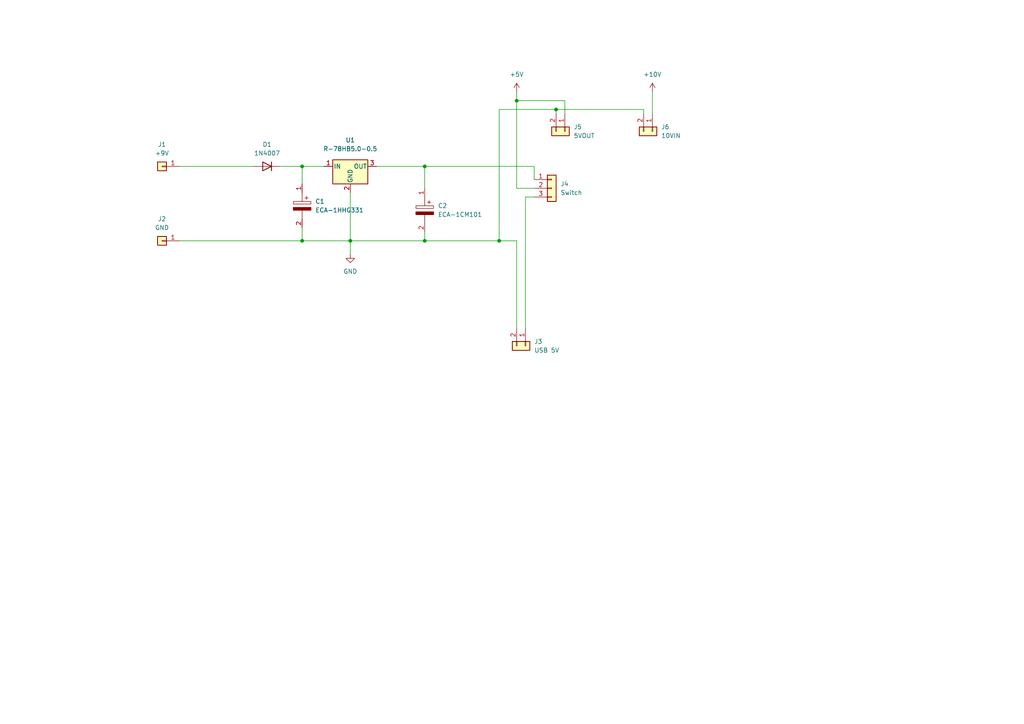
<source format=kicad_sch>
(kicad_sch (version 20211123) (generator eeschema)
  (paper "A4")
  (lib_symbols
    (symbol "Connector_Generic:Conn_01x01" (pin_names (offset 1.016) hide)
      (property "Reference" "J" (at 0 2.54 0))
      (property "Value" "Conn_01x01" (at 0 -2.54 0))
      (symbol "Conn_01x01_1_1"
        (rectangle (start -1.27 0.127) (end 0 -0.127) (stroke (width 0.1524)))
        (rectangle (start -1.27 1.27) (end 1.27 -1.27) (stroke (width 0.254)) (fill (type background)))
        (pin passive line (at -5.08 0 0) (length 3.81) (name "Pin_1") (number "1"))
      )
    )
    (symbol "Connector_Generic:Conn_01x02" (pin_names (offset 1.016) hide)
      (property "Reference" "J" (at 0 2.54 0))
      (property "Value" "Conn_01x02" (at 0 -5.08 0))
      (symbol "Conn_01x02_1_1"
        (rectangle (start -1.27 -2.413) (end 0 -2.667) (stroke (width 0.1524)))
        (rectangle (start -1.27 0.127) (end 0 -0.127) (stroke (width 0.1524)))
        (rectangle (start -1.27 1.27) (end 1.27 -3.81) (stroke (width 0.254)) (fill (type background)))
        (pin passive line (at -5.08 0 0) (length 3.81) (name "Pin_1") (number "1"))
        (pin passive line (at -5.08 -2.54 0) (length 3.81) (name "Pin_2") (number "2"))
      )
    )
    (symbol "Connector_Generic:Conn_01x03" (pin_names (offset 1.016) hide)
      (property "Reference" "J" (at 0 5.08 0))
      (property "Value" "Conn_01x03" (at 0 -5.08 0))
      (symbol "Conn_01x03_1_1"
        (rectangle (start -1.27 -2.413) (end 0 -2.667) (stroke (width 0.1524)))
        (rectangle (start -1.27 0.127) (end 0 -0.127) (stroke (width 0.1524)))
        (rectangle (start -1.27 2.667) (end 0 2.413) (stroke (width 0.1524)))
        (rectangle (start -1.27 3.81) (end 1.27 -3.81) (stroke (width 0.254)) (fill (type background)))
        (pin passive line (at -5.08 2.54 0) (length 3.81) (name "Pin_1") (number "1"))
        (pin passive line (at -5.08 0 0) (length 3.81) (name "Pin_2") (number "2"))
        (pin passive line (at -5.08 -2.54 0) (length 3.81) (name "Pin_3") (number "3"))
      )
    )
    (symbol "Diode:1N4007" (pin_numbers hide) (pin_names (offset 1.016) hide)
      (property "Reference" "D" (at 0 2.54 0))
      (property "Value" "1N4007" (at 0 -2.54 0))
      (symbol "1N4007_0_1"
        (polyline (pts (xy -1.27 1.27) (xy -1.27 -1.27)) (stroke (width 0.254)))
        (polyline (pts (xy 1.27 0) (xy -1.27 0)))
        (polyline (pts (xy 1.27 1.27) (xy 1.27 -1.27) (xy -1.27 0) (xy 1.27 1.27)) (stroke (width 0.254)))
      )
      (symbol "1N4007_1_1"
        (pin passive line (at -3.81 0 0) (length 2.54) (name "K") (number "1"))
        (pin passive line (at 3.81 0 180) (length 2.54) (name "A") (number "2"))
      )
    )
    (symbol "Regulator_Switching:R-78HB5.0-0.5" (pin_names (offset 0.254))
      (property "Reference" "U" (at -3.81 3.175 0))
      (property "Value" "R-78HB5.0-0.5" (at 0 3.175 0))
      (symbol "R-78HB5.0-0.5_0_1"
        (rectangle (start -5.08 1.905) (end 5.08 -5.08) (stroke (width 0.254)) (fill (type background)))
      )
      (symbol "R-78HB5.0-0.5_1_1"
        (pin power_in line (at -7.62 0 0) (length 2.54) (name "IN") (number "1"))
        (pin power_in line (at 0 -7.62 90) (length 2.54) (name "GND") (number "2"))
        (pin power_out line (at 7.62 0 180) (length 2.54) (name "OUT") (number "3"))
      )
    )
    (symbol "SamacSys_Parts:ECA-1CM101" (pin_names (offset 0.762))
      (property "Reference" "C" (at 8.89 6.35 0))
      (property "Value" "ECA-1CM101" (at 8.89 3.81 0))
      (symbol "ECA-1CM101_0_0"
        (pin passive line (at 0 0 0) (length 2.54) (name "~") (number "1"))
        (pin passive line (at 12.7 0 180) (length 2.54) (name "~") (number "2"))
      )
      (symbol "ECA-1CM101_0_1"
        (polyline (pts (xy 2.54 0) (xy 5.08 0)) (stroke (width 0.1524)))
        (polyline (pts (xy 4.064 1.778) (xy 4.064 0.762)) (stroke (width 0.1524)))
        (polyline (pts (xy 4.572 1.27) (xy 3.556 1.27)) (stroke (width 0.1524)))
        (polyline (pts (xy 7.62 0) (xy 10.16 0)) (stroke (width 0.1524)))
        (polyline (pts (xy 5.08 2.54) (xy 5.08 -2.54) (xy 5.842 -2.54) (xy 5.842 2.54) (xy 5.08 2.54)) (stroke (width 0.1524)))
        (polyline (pts (xy 7.62 2.54) (xy 7.62 -2.54) (xy 6.858 -2.54) (xy 6.858 2.54) (xy 7.62 2.54)) (stroke (width 0.254)) (fill (type outline)))
      )
    )
    (symbol "SamacSys_Parts:ECA-1HHG331" (pin_names (offset 0.762))
      (property "Reference" "C" (at 8.89 6.35 0))
      (property "Value" "ECA-1HHG331" (at 8.89 3.81 0))
      (symbol "ECA-1HHG331_0_0"
        (pin passive line (at 0 0 0) (length 2.54) (name "~") (number "1"))
        (pin passive line (at 12.7 0 180) (length 2.54) (name "~") (number "2"))
      )
      (symbol "ECA-1HHG331_0_1"
        (polyline (pts (xy 2.54 0) (xy 5.08 0)) (stroke (width 0.1524)))
        (polyline (pts (xy 4.064 1.778) (xy 4.064 0.762)) (stroke (width 0.1524)))
        (polyline (pts (xy 4.572 1.27) (xy 3.556 1.27)) (stroke (width 0.1524)))
        (polyline (pts (xy 7.62 0) (xy 10.16 0)) (stroke (width 0.1524)))
        (polyline (pts (xy 5.08 2.54) (xy 5.08 -2.54) (xy 5.842 -2.54) (xy 5.842 2.54) (xy 5.08 2.54)) (stroke (width 0.1524)))
        (polyline (pts (xy 7.62 2.54) (xy 7.62 -2.54) (xy 6.858 -2.54) (xy 6.858 2.54) (xy 7.62 2.54)) (stroke (width 0.254)) (fill (type outline)))
      )
    )
    (symbol "power:+10V" (power) (pin_names (offset 0))
      (property "Value" "+10V" (at 0 3.556 0))
      (symbol "+10V_0_1"
        (polyline (pts (xy -0.762 1.27) (xy 0 2.54)))
        (polyline (pts (xy 0 0) (xy 0 2.54)))
        (polyline (pts (xy 0 2.54) (xy 0.762 1.27)))
      )
      (symbol "+10V_1_1"
        (pin power_in line (at 0 0 90) (length 0) hide (name "+10V") (number "1"))
      )
    )
    (symbol "power:+5V" (power) (pin_names (offset 0))
      (property "Value" "+5V" (at 0 3.556 0))
      (symbol "+5V_0_1"
        (polyline (pts (xy -0.762 1.27) (xy 0 2.54)))
        (polyline (pts (xy 0 0) (xy 0 2.54)))
        (polyline (pts (xy 0 2.54) (xy 0.762 1.27)))
      )
      (symbol "+5V_1_1"
        (pin power_in line (at 0 0 90) (length 0) hide (name "+5V") (number "1"))
      )
    )
    (symbol "power:GND" (power) (pin_names (offset 0))
      (property "Value" "GND" (at 0 -3.81 0))
      (symbol "GND_0_1"
        (polyline (pts (xy 0 0) (xy 0 -1.27) (xy 1.27 -1.27) (xy 0 -2.54) (xy -1.27 -1.27) (xy 0 -1.27)))
      )
      (symbol "GND_1_1"
        (pin power_in line (at 0 0 270) (length 0) hide (name "GND") (number "1"))
      )
    )
  )
  (junction (at 144.78 69.85))
  (junction (at 87.63 48.26))
  (junction (at 123.19 48.26))
  (junction (at 101.6 69.85))
  (junction (at 123.19 69.85))
  (junction (at 149.86 29.21))
  (junction (at 161.29 31.75))
  (junction (at 87.63 69.85))
  (wire (pts (xy 154.94 54.61) (xy 149.86 54.61)))
  (wire (pts (xy 152.4 57.15) (xy 154.94 57.15)))
  (wire (pts (xy 149.86 69.85) (xy 144.78 69.85)))
  (wire (pts (xy 52.07 48.26) (xy 73.66 48.26)))
  (wire (pts (xy 149.86 29.21) (xy 163.83 29.21)))
  (wire (pts (xy 87.63 48.26) (xy 93.98 48.26)))
  (wire (pts (xy 123.19 48.26) (xy 154.94 48.26)))
  (wire (pts (xy 87.63 69.85) (xy 101.6 69.85)))
  (wire (pts (xy 186.69 31.75) (xy 161.29 31.75)))
  (wire (pts (xy 87.63 48.26) (xy 87.63 53.34)))
  (wire (pts (xy 123.19 54.61) (xy 123.19 48.26)))
  (wire (pts (xy 123.19 67.31) (xy 123.19 69.85)))
  (wire (pts (xy 101.6 55.88) (xy 101.6 69.85)))
  (wire (pts (xy 163.83 33.02) (xy 163.83 29.21)))
  (wire (pts (xy 152.4 95.25) (xy 152.4 57.15)))
  (wire (pts (xy 144.78 31.75) (xy 144.78 69.85)))
  (wire (pts (xy 81.28 48.26) (xy 87.63 48.26)))
  (wire (pts (xy 186.69 33.02) (xy 186.69 31.75)))
  (wire (pts (xy 149.86 95.25) (xy 149.86 69.85)))
  (wire (pts (xy 149.86 29.21) (xy 149.86 26.67)))
  (wire (pts (xy 189.23 26.67) (xy 189.23 33.02)))
  (wire (pts (xy 154.94 48.26) (xy 154.94 52.07)))
  (wire (pts (xy 123.19 48.26) (xy 109.22 48.26)))
  (wire (pts (xy 161.29 31.75) (xy 144.78 31.75)))
  (wire (pts (xy 149.86 29.21) (xy 149.86 54.61)))
  (wire (pts (xy 144.78 69.85) (xy 123.19 69.85)))
  (wire (pts (xy 101.6 69.85) (xy 123.19 69.85)))
  (wire (pts (xy 52.07 69.85) (xy 87.63 69.85)))
  (wire (pts (xy 101.6 73.66) (xy 101.6 69.85)))
  (wire (pts (xy 161.29 31.75) (xy 161.29 33.02)))
  (wire (pts (xy 87.63 69.85) (xy 87.63 66.04)))
  (symbol (lib_id "Diode:1N4007") (at 77.47 48.26 0) (mirror y) (unit 1)
    (property "Reference" "D1" (at 77.47 41.91 0))
    (property "Value" "1N4007" (at 77.47 44.45 0))
    (property "Footprint" "Diode_THT:D_DO-41_SOD81_P10.16mm_Horizontal" (effects hide))
    (property "Datasheet" "http://www.vishay.com/docs/88503/1n4001.pdf" (effects hide))
  )
  (symbol (lib_id "Connector_Generic:Conn_01x01") (at 46.99 48.26 180) (unit 1)
    (property "Reference" "J1" (at 46.99 41.91 0))
    (property "Value" "+9V" (at 46.99 44.45 0))
    (property "Footprint" "Connector_Wire:SolderWire-0.75sqmm_1x01_D1.25mm_OD3.5mm" (effects hide))
  )
  (symbol (lib_id "power:GND") (at 101.6 73.66 0) (unit 1)
    (property "Reference" "#PWR0104" (effects hide))
    (property "Value" "GND" (at 101.6 78.74 0))
  )
  (symbol (lib_id "power:+5V") (at 149.86 26.67 0) (unit 1)
    (property "Reference" "#PWR0103" (effects hide))
    (property "Value" "+5V" (at 149.86 21.59 0))
  )
  (symbol (lib_id "Connector_Generic:Conn_01x01") (at 46.99 69.85 180) (unit 1)
    (property "Reference" "J2" (at 46.99 63.5 0))
    (property "Value" "GND" (at 46.99 66.04 0))
    (property "Footprint" "Connector_Wire:SolderWire-0.75sqmm_1x01_D1.25mm_OD3.5mm" (effects hide))
  )
  (symbol (lib_id "Connector_Generic:Conn_01x02") (at 163.83 38.1 270) (unit 1)
    (property "Reference" "J5" (at 166.37 36.8299 90) (effects (justify left)))
    (property "Value" "5VOUT" (at 166.37 39.3699 90) (effects (justify left)))
    (property "Footprint" "Connector_Wire:SolderWire-0.5sqmm_1x02_P4.6mm_D0.9mm_OD2.1mm" (effects hide))
  )
  (symbol (lib_id "Connector_Generic:Conn_01x02") (at 152.4 100.33 270) (unit 1)
    (property "Reference" "J3" (at 154.94 99.0599 90) (effects (justify left)))
    (property "Value" "USB 5V" (at 154.94 101.5999 90) (effects (justify left)))
    (property "Footprint" "Connector_Wire:SolderWire-0.5sqmm_1x02_P4.6mm_D0.9mm_OD2.1mm" (effects hide))
  )
  (symbol (lib_id "SamacSys_Parts:ECA-1HHG331") (at 87.63 53.34 270) (unit 1)
    (property "Reference" "C1" (at 91.44 58.4199 90) (effects (justify left)))
    (property "Value" "ECA-1HHG331" (at 91.44 60.9599 90) (effects (justify left)))
    (property "Footprint" "CAPPRD500W65D1000H1700" (effects hide))
    (property "Datasheet" "http://industrial.panasonic.com/cdbs/www-data/pdf/RDF0000/ABA0000C1215.pdf" (effects hide))
    (property "Description" "Panasonic 330uF +/-20% 50 V dc Through Hole Radial Aluminium Electrolytic Capacitor" (effects hide))
    (property "Height" "17" (effects hide))
    (property "Manufacturer_Name" "Panasonic" (effects hide))
    (property "Manufacturer_Part_Number" "ECA-1HHG331" (effects hide))
    (property "Mouser Part Number" "667-ECA-1HHG331" (effects hide))
    (property "Mouser Price/Stock" "https://www.mouser.co.uk/ProductDetail/Panasonic/ECA-1HHG331?qs=jafQjxKU7UObAlQulfRybA%3D%3D" (effects hide))
    (property "Arrow Part Number" "ECA-1HHG331" (effects hide))
    (property "Arrow Price/Stock" "https://www.arrow.com/en/products/eca1hhg331/panasonic?region=nac" (effects hide))
  )
  (symbol (lib_id "Connector_Generic:Conn_01x03") (at 160.02 54.61 0) (unit 1)
    (property "Reference" "J4" (at 162.56 53.3399 0) (effects (justify left)))
    (property "Value" "Switch" (at 162.56 55.8799 0) (effects (justify left)))
    (property "Footprint" "Connector_Wire:SolderWire-0.75sqmm_1x03_P4.8mm_D1.25mm_OD2.3mm" (effects hide))
  )
  (symbol (lib_id "SamacSys_Parts:ECA-1CM101") (at 123.19 54.61 270) (unit 1)
    (property "Reference" "C2" (at 127 59.6899 90) (effects (justify left)))
    (property "Value" "ECA-1CM101" (at 127 62.2299 90) (effects (justify left)))
    (property "Footprint" "CAPPRD200W55D525H1200" (effects hide))
    (property "Datasheet" "http://industrial.panasonic.com/cdbs/www-data/pdf/RDF0000/ABA0000C1218.pdf" (effects hide))
    (property "Description" "M radial Al elect cap,100uF 16V 85deg C Panasonic 100uF 16 V dc Aluminium Electrolytic Capacitor, M Series 2000h 5 Dia. x 11mm" (effects hide))
    (property "Height" "12" (effects hide))
    (property "Manufacturer_Name" "Panasonic" (effects hide))
    (property "Manufacturer_Part_Number" "ECA-1CM101" (effects hide))
    (property "Mouser Part Number" "667-ECA-1CM101" (effects hide))
    (property "Mouser Price/Stock" "https://www.mouser.co.uk/ProductDetail/Panasonic/ECA-1CM101?qs=fcM5arftASsgt75dWf2hGA%3D%3D" (effects hide))
    (property "Arrow Part Number" "ECA-1CM101" (effects hide))
    (property "Arrow Price/Stock" "https://www.arrow.com/en/products/eca-1cm101/panasonic?region=nac" (effects hide))
  )
  (symbol (lib_id "Regulator_Switching:R-78HB5.0-0.5") (at 101.6 48.26 0) (unit 1)
    (property "Reference" "U1" (at 101.6 40.64 0))
    (property "Value" "R-78HB5.0-0.5" (at 101.6 43.18 0))
    (property "Footprint" "Converter_DCDC:Converter_DCDC_RECOM_R-78HB-0.5_THT" (effects hide))
    (property "Datasheet" "https://www.recom-power.com/pdf/Innoline/R-78HBxx-0.5_L.pdf" (effects hide))
  )
  (symbol (lib_id "power:+10V") (at 189.23 26.67 0) (unit 1)
    (property "Reference" "#PWR01" (effects hide))
    (property "Value" "+10V" (at 189.23 21.59 0))
  )
  (symbol (lib_id "Connector_Generic:Conn_01x02") (at 189.23 38.1 270) (unit 1)
    (property "Reference" "J6" (at 191.77 36.8299 90) (effects (justify left)))
    (property "Value" "10VIN" (at 191.77 39.3699 90) (effects (justify left)))
    (property "Footprint" "Connector_Wire:SolderWire-0.5sqmm_1x02_P4.6mm_D0.9mm_OD2.1mm" (effects hide))
  )
)
</source>
